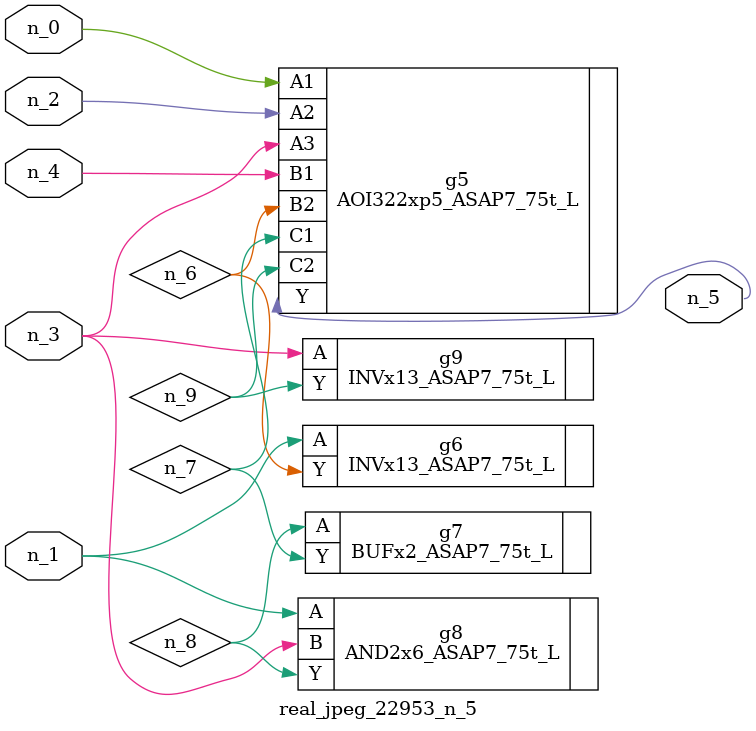
<source format=v>
module real_jpeg_22953_n_5 (n_4, n_0, n_1, n_2, n_3, n_5);

input n_4;
input n_0;
input n_1;
input n_2;
input n_3;

output n_5;

wire n_8;
wire n_6;
wire n_7;
wire n_9;

AOI322xp5_ASAP7_75t_L g5 ( 
.A1(n_0),
.A2(n_2),
.A3(n_3),
.B1(n_4),
.B2(n_6),
.C1(n_7),
.C2(n_9),
.Y(n_5)
);

INVx13_ASAP7_75t_L g6 ( 
.A(n_1),
.Y(n_6)
);

AND2x6_ASAP7_75t_L g8 ( 
.A(n_1),
.B(n_3),
.Y(n_8)
);

INVx13_ASAP7_75t_L g9 ( 
.A(n_3),
.Y(n_9)
);

BUFx2_ASAP7_75t_L g7 ( 
.A(n_8),
.Y(n_7)
);


endmodule
</source>
